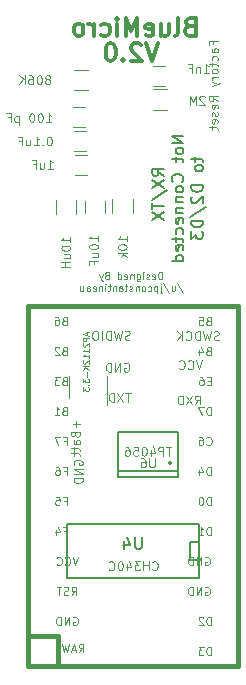
<source format=gbr>
G04 #@! TF.FileFunction,Legend,Bot*
%FSLAX46Y46*%
G04 Gerber Fmt 4.6, Leading zero omitted, Abs format (unit mm)*
G04 Created by KiCad (PCBNEW 4.0.7) date 06/14/18 18:00:22*
%MOMM*%
%LPD*%
G01*
G04 APERTURE LIST*
%ADD10C,0.100000*%
%ADD11C,0.150000*%
%ADD12C,0.300000*%
%ADD13C,0.381000*%
%ADD14C,0.120000*%
%ADD15C,0.110000*%
G04 APERTURE END LIST*
D10*
X111688571Y-120621429D02*
X111688571Y-120021429D01*
X111545714Y-120021429D01*
X111459999Y-120050000D01*
X111402857Y-120107143D01*
X111374285Y-120164286D01*
X111345714Y-120278571D01*
X111345714Y-120364286D01*
X111374285Y-120478571D01*
X111402857Y-120535714D01*
X111459999Y-120592857D01*
X111545714Y-120621429D01*
X111688571Y-120621429D01*
X110859999Y-120592857D02*
X110917142Y-120621429D01*
X111031428Y-120621429D01*
X111088571Y-120592857D01*
X111117142Y-120535714D01*
X111117142Y-120307143D01*
X111088571Y-120250000D01*
X111031428Y-120221429D01*
X110917142Y-120221429D01*
X110859999Y-120250000D01*
X110831428Y-120307143D01*
X110831428Y-120364286D01*
X111117142Y-120421429D01*
X110602856Y-120592857D02*
X110545713Y-120621429D01*
X110431428Y-120621429D01*
X110374285Y-120592857D01*
X110345713Y-120535714D01*
X110345713Y-120507143D01*
X110374285Y-120450000D01*
X110431428Y-120421429D01*
X110517142Y-120421429D01*
X110574285Y-120392857D01*
X110602856Y-120335714D01*
X110602856Y-120307143D01*
X110574285Y-120250000D01*
X110517142Y-120221429D01*
X110431428Y-120221429D01*
X110374285Y-120250000D01*
X110088571Y-120621429D02*
X110088571Y-120221429D01*
X110088571Y-120021429D02*
X110117142Y-120050000D01*
X110088571Y-120078571D01*
X110059999Y-120050000D01*
X110088571Y-120021429D01*
X110088571Y-120078571D01*
X109545714Y-120221429D02*
X109545714Y-120707143D01*
X109574285Y-120764286D01*
X109602857Y-120792857D01*
X109660000Y-120821429D01*
X109745714Y-120821429D01*
X109802857Y-120792857D01*
X109545714Y-120592857D02*
X109602857Y-120621429D01*
X109717143Y-120621429D01*
X109774285Y-120592857D01*
X109802857Y-120564286D01*
X109831428Y-120507143D01*
X109831428Y-120335714D01*
X109802857Y-120278571D01*
X109774285Y-120250000D01*
X109717143Y-120221429D01*
X109602857Y-120221429D01*
X109545714Y-120250000D01*
X109260000Y-120221429D02*
X109260000Y-120621429D01*
X109260000Y-120278571D02*
X109231428Y-120250000D01*
X109174286Y-120221429D01*
X109088571Y-120221429D01*
X109031428Y-120250000D01*
X109002857Y-120307143D01*
X109002857Y-120621429D01*
X108488571Y-120592857D02*
X108545714Y-120621429D01*
X108660000Y-120621429D01*
X108717143Y-120592857D01*
X108745714Y-120535714D01*
X108745714Y-120307143D01*
X108717143Y-120250000D01*
X108660000Y-120221429D01*
X108545714Y-120221429D01*
X108488571Y-120250000D01*
X108460000Y-120307143D01*
X108460000Y-120364286D01*
X108745714Y-120421429D01*
X107945714Y-120621429D02*
X107945714Y-120021429D01*
X107945714Y-120592857D02*
X108002857Y-120621429D01*
X108117143Y-120621429D01*
X108174285Y-120592857D01*
X108202857Y-120564286D01*
X108231428Y-120507143D01*
X108231428Y-120335714D01*
X108202857Y-120278571D01*
X108174285Y-120250000D01*
X108117143Y-120221429D01*
X108002857Y-120221429D01*
X107945714Y-120250000D01*
X107002857Y-120307143D02*
X106917143Y-120335714D01*
X106888571Y-120364286D01*
X106860000Y-120421429D01*
X106860000Y-120507143D01*
X106888571Y-120564286D01*
X106917143Y-120592857D01*
X106974285Y-120621429D01*
X107202857Y-120621429D01*
X107202857Y-120021429D01*
X107002857Y-120021429D01*
X106945714Y-120050000D01*
X106917143Y-120078571D01*
X106888571Y-120135714D01*
X106888571Y-120192857D01*
X106917143Y-120250000D01*
X106945714Y-120278571D01*
X107002857Y-120307143D01*
X107202857Y-120307143D01*
X106660000Y-120221429D02*
X106517143Y-120621429D01*
X106374285Y-120221429D02*
X106517143Y-120621429D01*
X106574285Y-120764286D01*
X106602857Y-120792857D01*
X106660000Y-120821429D01*
X112945712Y-120992857D02*
X113459998Y-121764286D01*
X112488570Y-121221429D02*
X112488570Y-121621429D01*
X112745713Y-121221429D02*
X112745713Y-121535714D01*
X112717141Y-121592857D01*
X112659999Y-121621429D01*
X112574284Y-121621429D01*
X112517141Y-121592857D01*
X112488570Y-121564286D01*
X111774284Y-120992857D02*
X112288570Y-121764286D01*
X111574285Y-121221429D02*
X111574285Y-121735714D01*
X111602856Y-121792857D01*
X111659999Y-121821429D01*
X111688571Y-121821429D01*
X111574285Y-121021429D02*
X111602856Y-121050000D01*
X111574285Y-121078571D01*
X111545713Y-121050000D01*
X111574285Y-121021429D01*
X111574285Y-121078571D01*
X111288571Y-121221429D02*
X111288571Y-121821429D01*
X111288571Y-121250000D02*
X111231428Y-121221429D01*
X111117142Y-121221429D01*
X111059999Y-121250000D01*
X111031428Y-121278571D01*
X111002857Y-121335714D01*
X111002857Y-121507143D01*
X111031428Y-121564286D01*
X111059999Y-121592857D01*
X111117142Y-121621429D01*
X111231428Y-121621429D01*
X111288571Y-121592857D01*
X110488571Y-121592857D02*
X110545714Y-121621429D01*
X110660000Y-121621429D01*
X110717142Y-121592857D01*
X110745714Y-121564286D01*
X110774285Y-121507143D01*
X110774285Y-121335714D01*
X110745714Y-121278571D01*
X110717142Y-121250000D01*
X110660000Y-121221429D01*
X110545714Y-121221429D01*
X110488571Y-121250000D01*
X110145714Y-121621429D02*
X110202856Y-121592857D01*
X110231428Y-121564286D01*
X110259999Y-121507143D01*
X110259999Y-121335714D01*
X110231428Y-121278571D01*
X110202856Y-121250000D01*
X110145714Y-121221429D01*
X110059999Y-121221429D01*
X110002856Y-121250000D01*
X109974285Y-121278571D01*
X109945714Y-121335714D01*
X109945714Y-121507143D01*
X109974285Y-121564286D01*
X110002856Y-121592857D01*
X110059999Y-121621429D01*
X110145714Y-121621429D01*
X109688571Y-121221429D02*
X109688571Y-121621429D01*
X109688571Y-121278571D02*
X109659999Y-121250000D01*
X109602857Y-121221429D01*
X109517142Y-121221429D01*
X109459999Y-121250000D01*
X109431428Y-121307143D01*
X109431428Y-121621429D01*
X109174285Y-121592857D02*
X109117142Y-121621429D01*
X109002857Y-121621429D01*
X108945714Y-121592857D01*
X108917142Y-121535714D01*
X108917142Y-121507143D01*
X108945714Y-121450000D01*
X109002857Y-121421429D01*
X109088571Y-121421429D01*
X109145714Y-121392857D01*
X109174285Y-121335714D01*
X109174285Y-121307143D01*
X109145714Y-121250000D01*
X109088571Y-121221429D01*
X109002857Y-121221429D01*
X108945714Y-121250000D01*
X108745714Y-121221429D02*
X108517143Y-121221429D01*
X108660000Y-121021429D02*
X108660000Y-121535714D01*
X108631428Y-121592857D01*
X108574286Y-121621429D01*
X108517143Y-121621429D01*
X108060000Y-121621429D02*
X108060000Y-121307143D01*
X108088571Y-121250000D01*
X108145714Y-121221429D01*
X108260000Y-121221429D01*
X108317143Y-121250000D01*
X108060000Y-121592857D02*
X108117143Y-121621429D01*
X108260000Y-121621429D01*
X108317143Y-121592857D01*
X108345714Y-121535714D01*
X108345714Y-121478571D01*
X108317143Y-121421429D01*
X108260000Y-121392857D01*
X108117143Y-121392857D01*
X108060000Y-121364286D01*
X107774286Y-121221429D02*
X107774286Y-121621429D01*
X107774286Y-121278571D02*
X107745714Y-121250000D01*
X107688572Y-121221429D01*
X107602857Y-121221429D01*
X107545714Y-121250000D01*
X107517143Y-121307143D01*
X107517143Y-121621429D01*
X107317143Y-121221429D02*
X107088572Y-121221429D01*
X107231429Y-121021429D02*
X107231429Y-121535714D01*
X107202857Y-121592857D01*
X107145715Y-121621429D01*
X107088572Y-121621429D01*
X106888572Y-121621429D02*
X106888572Y-121221429D01*
X106888572Y-121021429D02*
X106917143Y-121050000D01*
X106888572Y-121078571D01*
X106860000Y-121050000D01*
X106888572Y-121021429D01*
X106888572Y-121078571D01*
X106602858Y-121221429D02*
X106602858Y-121621429D01*
X106602858Y-121278571D02*
X106574286Y-121250000D01*
X106517144Y-121221429D01*
X106431429Y-121221429D01*
X106374286Y-121250000D01*
X106345715Y-121307143D01*
X106345715Y-121621429D01*
X105831429Y-121592857D02*
X105888572Y-121621429D01*
X106002858Y-121621429D01*
X106060001Y-121592857D01*
X106088572Y-121535714D01*
X106088572Y-121307143D01*
X106060001Y-121250000D01*
X106002858Y-121221429D01*
X105888572Y-121221429D01*
X105831429Y-121250000D01*
X105802858Y-121307143D01*
X105802858Y-121364286D01*
X106088572Y-121421429D01*
X105288572Y-121621429D02*
X105288572Y-121307143D01*
X105317143Y-121250000D01*
X105374286Y-121221429D01*
X105488572Y-121221429D01*
X105545715Y-121250000D01*
X105288572Y-121592857D02*
X105345715Y-121621429D01*
X105488572Y-121621429D01*
X105545715Y-121592857D01*
X105574286Y-121535714D01*
X105574286Y-121478571D01*
X105545715Y-121421429D01*
X105488572Y-121392857D01*
X105345715Y-121392857D01*
X105288572Y-121364286D01*
X104745715Y-121221429D02*
X104745715Y-121621429D01*
X105002858Y-121221429D02*
X105002858Y-121535714D01*
X104974286Y-121592857D01*
X104917144Y-121621429D01*
X104831429Y-121621429D01*
X104774286Y-121592857D01*
X104745715Y-121564286D01*
X108949286Y-125723571D02*
X108842143Y-125759286D01*
X108663572Y-125759286D01*
X108592143Y-125723571D01*
X108556429Y-125687857D01*
X108520714Y-125616429D01*
X108520714Y-125545000D01*
X108556429Y-125473571D01*
X108592143Y-125437857D01*
X108663572Y-125402143D01*
X108806429Y-125366429D01*
X108877857Y-125330714D01*
X108913572Y-125295000D01*
X108949286Y-125223571D01*
X108949286Y-125152143D01*
X108913572Y-125080714D01*
X108877857Y-125045000D01*
X108806429Y-125009286D01*
X108627857Y-125009286D01*
X108520714Y-125045000D01*
X108270714Y-125009286D02*
X108092143Y-125759286D01*
X107949286Y-125223571D01*
X107806428Y-125759286D01*
X107627857Y-125009286D01*
X107342143Y-125759286D02*
X107342143Y-125009286D01*
X107163571Y-125009286D01*
X107056428Y-125045000D01*
X106985000Y-125116429D01*
X106949285Y-125187857D01*
X106913571Y-125330714D01*
X106913571Y-125437857D01*
X106949285Y-125580714D01*
X106985000Y-125652143D01*
X107056428Y-125723571D01*
X107163571Y-125759286D01*
X107342143Y-125759286D01*
X106592143Y-125759286D02*
X106592143Y-125009286D01*
X106092142Y-125009286D02*
X105949285Y-125009286D01*
X105877857Y-125045000D01*
X105806428Y-125116429D01*
X105770714Y-125259286D01*
X105770714Y-125509286D01*
X105806428Y-125652143D01*
X105877857Y-125723571D01*
X105949285Y-125759286D01*
X106092142Y-125759286D01*
X106163571Y-125723571D01*
X106235000Y-125652143D01*
X106270714Y-125509286D01*
X106270714Y-125259286D01*
X106235000Y-125116429D01*
X106163571Y-125045000D01*
X106092142Y-125009286D01*
X108491428Y-127745000D02*
X108562857Y-127709286D01*
X108670000Y-127709286D01*
X108777143Y-127745000D01*
X108848571Y-127816429D01*
X108884286Y-127887857D01*
X108920000Y-128030714D01*
X108920000Y-128137857D01*
X108884286Y-128280714D01*
X108848571Y-128352143D01*
X108777143Y-128423571D01*
X108670000Y-128459286D01*
X108598571Y-128459286D01*
X108491428Y-128423571D01*
X108455714Y-128387857D01*
X108455714Y-128137857D01*
X108598571Y-128137857D01*
X108134286Y-128459286D02*
X108134286Y-127709286D01*
X107705714Y-128459286D01*
X107705714Y-127709286D01*
X107348572Y-128459286D02*
X107348572Y-127709286D01*
X107170000Y-127709286D01*
X107062857Y-127745000D01*
X106991429Y-127816429D01*
X106955714Y-127887857D01*
X106920000Y-128030714D01*
X106920000Y-128137857D01*
X106955714Y-128280714D01*
X106991429Y-128352143D01*
X107062857Y-128423571D01*
X107170000Y-128459286D01*
X107348572Y-128459286D01*
X109006428Y-130249286D02*
X108577857Y-130249286D01*
X108792143Y-130999286D02*
X108792143Y-130249286D01*
X108399285Y-130249286D02*
X107899285Y-130999286D01*
X107899285Y-130249286D02*
X108399285Y-130999286D01*
X107613571Y-130999286D02*
X107613571Y-130249286D01*
X107434999Y-130249286D01*
X107327856Y-130285000D01*
X107256428Y-130356429D01*
X107220713Y-130427857D01*
X107184999Y-130570714D01*
X107184999Y-130677857D01*
X107220713Y-130820714D01*
X107256428Y-130892143D01*
X107327856Y-130963571D01*
X107434999Y-130999286D01*
X107613571Y-130999286D01*
X114460000Y-131229286D02*
X114710000Y-130872143D01*
X114888572Y-131229286D02*
X114888572Y-130479286D01*
X114602857Y-130479286D01*
X114531429Y-130515000D01*
X114495714Y-130550714D01*
X114460000Y-130622143D01*
X114460000Y-130729286D01*
X114495714Y-130800714D01*
X114531429Y-130836429D01*
X114602857Y-130872143D01*
X114888572Y-130872143D01*
X114210000Y-130479286D02*
X113710000Y-131229286D01*
X113710000Y-130479286D02*
X114210000Y-131229286D01*
X113424286Y-131229286D02*
X113424286Y-130479286D01*
X113245714Y-130479286D01*
X113138571Y-130515000D01*
X113067143Y-130586429D01*
X113031428Y-130657857D01*
X112995714Y-130800714D01*
X112995714Y-130907857D01*
X113031428Y-131050714D01*
X113067143Y-131122143D01*
X113138571Y-131193571D01*
X113245714Y-131229286D01*
X113424286Y-131229286D01*
X115049999Y-127479286D02*
X114799999Y-128229286D01*
X114549999Y-127479286D01*
X113871428Y-128157857D02*
X113907142Y-128193571D01*
X114014285Y-128229286D01*
X114085714Y-128229286D01*
X114192857Y-128193571D01*
X114264285Y-128122143D01*
X114300000Y-128050714D01*
X114335714Y-127907857D01*
X114335714Y-127800714D01*
X114300000Y-127657857D01*
X114264285Y-127586429D01*
X114192857Y-127515000D01*
X114085714Y-127479286D01*
X114014285Y-127479286D01*
X113907142Y-127515000D01*
X113871428Y-127550714D01*
X113121428Y-128157857D02*
X113157142Y-128193571D01*
X113264285Y-128229286D01*
X113335714Y-128229286D01*
X113442857Y-128193571D01*
X113514285Y-128122143D01*
X113550000Y-128050714D01*
X113585714Y-127907857D01*
X113585714Y-127800714D01*
X113550000Y-127657857D01*
X113514285Y-127586429D01*
X113442857Y-127515000D01*
X113335714Y-127479286D01*
X113264285Y-127479286D01*
X113157142Y-127515000D01*
X113121428Y-127550714D01*
X116487857Y-125743571D02*
X116380714Y-125779286D01*
X116202143Y-125779286D01*
X116130714Y-125743571D01*
X116095000Y-125707857D01*
X116059285Y-125636429D01*
X116059285Y-125565000D01*
X116095000Y-125493571D01*
X116130714Y-125457857D01*
X116202143Y-125422143D01*
X116345000Y-125386429D01*
X116416428Y-125350714D01*
X116452143Y-125315000D01*
X116487857Y-125243571D01*
X116487857Y-125172143D01*
X116452143Y-125100714D01*
X116416428Y-125065000D01*
X116345000Y-125029286D01*
X116166428Y-125029286D01*
X116059285Y-125065000D01*
X115809285Y-125029286D02*
X115630714Y-125779286D01*
X115487857Y-125243571D01*
X115344999Y-125779286D01*
X115166428Y-125029286D01*
X114880714Y-125779286D02*
X114880714Y-125029286D01*
X114702142Y-125029286D01*
X114594999Y-125065000D01*
X114523571Y-125136429D01*
X114487856Y-125207857D01*
X114452142Y-125350714D01*
X114452142Y-125457857D01*
X114487856Y-125600714D01*
X114523571Y-125672143D01*
X114594999Y-125743571D01*
X114702142Y-125779286D01*
X114880714Y-125779286D01*
X113702142Y-125707857D02*
X113737856Y-125743571D01*
X113844999Y-125779286D01*
X113916428Y-125779286D01*
X114023571Y-125743571D01*
X114094999Y-125672143D01*
X114130714Y-125600714D01*
X114166428Y-125457857D01*
X114166428Y-125350714D01*
X114130714Y-125207857D01*
X114094999Y-125136429D01*
X114023571Y-125065000D01*
X113916428Y-125029286D01*
X113844999Y-125029286D01*
X113737856Y-125065000D01*
X113702142Y-125100714D01*
X113380714Y-125779286D02*
X113380714Y-125029286D01*
X112952142Y-125779286D02*
X113273571Y-125350714D01*
X112952142Y-125029286D02*
X113380714Y-125457857D01*
X104423571Y-132601429D02*
X104423571Y-133172858D01*
X104709286Y-132887144D02*
X104137857Y-132887144D01*
X104316429Y-133780000D02*
X104352143Y-133887143D01*
X104387857Y-133922858D01*
X104459286Y-133958572D01*
X104566429Y-133958572D01*
X104637857Y-133922858D01*
X104673571Y-133887143D01*
X104709286Y-133815715D01*
X104709286Y-133530000D01*
X103959286Y-133530000D01*
X103959286Y-133780000D01*
X103995000Y-133851429D01*
X104030714Y-133887143D01*
X104102143Y-133922858D01*
X104173571Y-133922858D01*
X104245000Y-133887143D01*
X104280714Y-133851429D01*
X104316429Y-133780000D01*
X104316429Y-133530000D01*
X104709286Y-134601429D02*
X104316429Y-134601429D01*
X104245000Y-134565715D01*
X104209286Y-134494286D01*
X104209286Y-134351429D01*
X104245000Y-134280000D01*
X104673571Y-134601429D02*
X104709286Y-134530000D01*
X104709286Y-134351429D01*
X104673571Y-134280000D01*
X104602143Y-134244286D01*
X104530714Y-134244286D01*
X104459286Y-134280000D01*
X104423571Y-134351429D01*
X104423571Y-134530000D01*
X104387857Y-134601429D01*
X104209286Y-134851429D02*
X104209286Y-135137143D01*
X103959286Y-134958571D02*
X104602143Y-134958571D01*
X104673571Y-134994286D01*
X104709286Y-135065714D01*
X104709286Y-135137143D01*
X104209286Y-135280000D02*
X104209286Y-135565714D01*
X103959286Y-135387142D02*
X104602143Y-135387142D01*
X104673571Y-135422857D01*
X104709286Y-135494285D01*
X104709286Y-135565714D01*
X104235000Y-136338572D02*
X104199286Y-136267143D01*
X104199286Y-136160000D01*
X104235000Y-136052857D01*
X104306429Y-135981429D01*
X104377857Y-135945714D01*
X104520714Y-135910000D01*
X104627857Y-135910000D01*
X104770714Y-135945714D01*
X104842143Y-135981429D01*
X104913571Y-136052857D01*
X104949286Y-136160000D01*
X104949286Y-136231429D01*
X104913571Y-136338572D01*
X104877857Y-136374286D01*
X104627857Y-136374286D01*
X104627857Y-136231429D01*
X104949286Y-136695714D02*
X104199286Y-136695714D01*
X104949286Y-137124286D01*
X104199286Y-137124286D01*
X104949286Y-137481428D02*
X104199286Y-137481428D01*
X104199286Y-137660000D01*
X104235000Y-137767143D01*
X104306429Y-137838571D01*
X104377857Y-137874286D01*
X104520714Y-137910000D01*
X104627857Y-137910000D01*
X104770714Y-137874286D01*
X104842143Y-137838571D01*
X104913571Y-137767143D01*
X104949286Y-137660000D01*
X104949286Y-137481428D01*
D11*
X111832381Y-111868509D02*
X111356190Y-111535175D01*
X111832381Y-111297080D02*
X110832381Y-111297080D01*
X110832381Y-111678033D01*
X110880000Y-111773271D01*
X110927619Y-111820890D01*
X111022857Y-111868509D01*
X111165714Y-111868509D01*
X111260952Y-111820890D01*
X111308571Y-111773271D01*
X111356190Y-111678033D01*
X111356190Y-111297080D01*
X110832381Y-112201842D02*
X111832381Y-112868509D01*
X110832381Y-112868509D02*
X111832381Y-112201842D01*
X110784762Y-113963747D02*
X112070476Y-113106604D01*
X110832381Y-114154223D02*
X110832381Y-114725652D01*
X111832381Y-114439937D02*
X110832381Y-114439937D01*
X110832381Y-114963747D02*
X111832381Y-115630414D01*
X110832381Y-115630414D02*
X111832381Y-114963747D01*
X113482381Y-108511365D02*
X112482381Y-108511365D01*
X113482381Y-109082794D01*
X112482381Y-109082794D01*
X113482381Y-109701841D02*
X113434762Y-109606603D01*
X113387143Y-109558984D01*
X113291905Y-109511365D01*
X113006190Y-109511365D01*
X112910952Y-109558984D01*
X112863333Y-109606603D01*
X112815714Y-109701841D01*
X112815714Y-109844699D01*
X112863333Y-109939937D01*
X112910952Y-109987556D01*
X113006190Y-110035175D01*
X113291905Y-110035175D01*
X113387143Y-109987556D01*
X113434762Y-109939937D01*
X113482381Y-109844699D01*
X113482381Y-109701841D01*
X112815714Y-110320889D02*
X112815714Y-110701841D01*
X112482381Y-110463746D02*
X113339524Y-110463746D01*
X113434762Y-110511365D01*
X113482381Y-110606603D01*
X113482381Y-110701841D01*
X113387143Y-112368509D02*
X113434762Y-112320890D01*
X113482381Y-112178033D01*
X113482381Y-112082795D01*
X113434762Y-111939937D01*
X113339524Y-111844699D01*
X113244286Y-111797080D01*
X113053810Y-111749461D01*
X112910952Y-111749461D01*
X112720476Y-111797080D01*
X112625238Y-111844699D01*
X112530000Y-111939937D01*
X112482381Y-112082795D01*
X112482381Y-112178033D01*
X112530000Y-112320890D01*
X112577619Y-112368509D01*
X113482381Y-112939937D02*
X113434762Y-112844699D01*
X113387143Y-112797080D01*
X113291905Y-112749461D01*
X113006190Y-112749461D01*
X112910952Y-112797080D01*
X112863333Y-112844699D01*
X112815714Y-112939937D01*
X112815714Y-113082795D01*
X112863333Y-113178033D01*
X112910952Y-113225652D01*
X113006190Y-113273271D01*
X113291905Y-113273271D01*
X113387143Y-113225652D01*
X113434762Y-113178033D01*
X113482381Y-113082795D01*
X113482381Y-112939937D01*
X112815714Y-113701842D02*
X113482381Y-113701842D01*
X112910952Y-113701842D02*
X112863333Y-113749461D01*
X112815714Y-113844699D01*
X112815714Y-113987557D01*
X112863333Y-114082795D01*
X112958571Y-114130414D01*
X113482381Y-114130414D01*
X112815714Y-114606604D02*
X113482381Y-114606604D01*
X112910952Y-114606604D02*
X112863333Y-114654223D01*
X112815714Y-114749461D01*
X112815714Y-114892319D01*
X112863333Y-114987557D01*
X112958571Y-115035176D01*
X113482381Y-115035176D01*
X113434762Y-115892319D02*
X113482381Y-115797081D01*
X113482381Y-115606604D01*
X113434762Y-115511366D01*
X113339524Y-115463747D01*
X112958571Y-115463747D01*
X112863333Y-115511366D01*
X112815714Y-115606604D01*
X112815714Y-115797081D01*
X112863333Y-115892319D01*
X112958571Y-115939938D01*
X113053810Y-115939938D01*
X113149048Y-115463747D01*
X113434762Y-116797081D02*
X113482381Y-116701843D01*
X113482381Y-116511366D01*
X113434762Y-116416128D01*
X113387143Y-116368509D01*
X113291905Y-116320890D01*
X113006190Y-116320890D01*
X112910952Y-116368509D01*
X112863333Y-116416128D01*
X112815714Y-116511366D01*
X112815714Y-116701843D01*
X112863333Y-116797081D01*
X112815714Y-117082795D02*
X112815714Y-117463747D01*
X112482381Y-117225652D02*
X113339524Y-117225652D01*
X113434762Y-117273271D01*
X113482381Y-117368509D01*
X113482381Y-117463747D01*
X113434762Y-118178034D02*
X113482381Y-118082796D01*
X113482381Y-117892319D01*
X113434762Y-117797081D01*
X113339524Y-117749462D01*
X112958571Y-117749462D01*
X112863333Y-117797081D01*
X112815714Y-117892319D01*
X112815714Y-118082796D01*
X112863333Y-118178034D01*
X112958571Y-118225653D01*
X113053810Y-118225653D01*
X113149048Y-117749462D01*
X113482381Y-119082796D02*
X112482381Y-119082796D01*
X113434762Y-119082796D02*
X113482381Y-118987558D01*
X113482381Y-118797081D01*
X113434762Y-118701843D01*
X113387143Y-118654224D01*
X113291905Y-118606605D01*
X113006190Y-118606605D01*
X112910952Y-118654224D01*
X112863333Y-118701843D01*
X112815714Y-118797081D01*
X112815714Y-118987558D01*
X112863333Y-119082796D01*
X114465714Y-110297080D02*
X114465714Y-110678032D01*
X114132381Y-110439937D02*
X114989524Y-110439937D01*
X115084762Y-110487556D01*
X115132381Y-110582794D01*
X115132381Y-110678032D01*
X115132381Y-111154223D02*
X115084762Y-111058985D01*
X115037143Y-111011366D01*
X114941905Y-110963747D01*
X114656190Y-110963747D01*
X114560952Y-111011366D01*
X114513333Y-111058985D01*
X114465714Y-111154223D01*
X114465714Y-111297081D01*
X114513333Y-111392319D01*
X114560952Y-111439938D01*
X114656190Y-111487557D01*
X114941905Y-111487557D01*
X115037143Y-111439938D01*
X115084762Y-111392319D01*
X115132381Y-111297081D01*
X115132381Y-111154223D01*
X115132381Y-112678033D02*
X114132381Y-112678033D01*
X114132381Y-112916128D01*
X114180000Y-113058986D01*
X114275238Y-113154224D01*
X114370476Y-113201843D01*
X114560952Y-113249462D01*
X114703810Y-113249462D01*
X114894286Y-113201843D01*
X114989524Y-113154224D01*
X115084762Y-113058986D01*
X115132381Y-112916128D01*
X115132381Y-112678033D01*
X114227619Y-113630414D02*
X114180000Y-113678033D01*
X114132381Y-113773271D01*
X114132381Y-114011367D01*
X114180000Y-114106605D01*
X114227619Y-114154224D01*
X114322857Y-114201843D01*
X114418095Y-114201843D01*
X114560952Y-114154224D01*
X115132381Y-113582795D01*
X115132381Y-114201843D01*
X114084762Y-115344700D02*
X115370476Y-114487557D01*
X115132381Y-115678033D02*
X114132381Y-115678033D01*
X114132381Y-115916128D01*
X114180000Y-116058986D01*
X114275238Y-116154224D01*
X114370476Y-116201843D01*
X114560952Y-116249462D01*
X114703810Y-116249462D01*
X114894286Y-116201843D01*
X114989524Y-116154224D01*
X115084762Y-116058986D01*
X115132381Y-115916128D01*
X115132381Y-115678033D01*
X114132381Y-116582795D02*
X114132381Y-117201843D01*
X114513333Y-116868509D01*
X114513333Y-117011367D01*
X114560952Y-117106605D01*
X114608571Y-117154224D01*
X114703810Y-117201843D01*
X114941905Y-117201843D01*
X115037143Y-117154224D01*
X115084762Y-117106605D01*
X115132381Y-117011367D01*
X115132381Y-116725652D01*
X115084762Y-116630414D01*
X115037143Y-116582795D01*
D12*
X111317754Y-100664271D02*
X110817754Y-102164271D01*
X110317754Y-100664271D01*
X109889183Y-100807129D02*
X109817754Y-100735700D01*
X109674897Y-100664271D01*
X109317754Y-100664271D01*
X109174897Y-100735700D01*
X109103468Y-100807129D01*
X109032040Y-100949986D01*
X109032040Y-101092843D01*
X109103468Y-101307129D01*
X109960611Y-102164271D01*
X109032040Y-102164271D01*
X108389183Y-102021414D02*
X108317755Y-102092843D01*
X108389183Y-102164271D01*
X108460612Y-102092843D01*
X108389183Y-102021414D01*
X108389183Y-102164271D01*
X107389183Y-100664271D02*
X107246326Y-100664271D01*
X107103469Y-100735700D01*
X107032040Y-100807129D01*
X106960611Y-100949986D01*
X106889183Y-101235700D01*
X106889183Y-101592843D01*
X106960611Y-101878557D01*
X107032040Y-102021414D01*
X107103469Y-102092843D01*
X107246326Y-102164271D01*
X107389183Y-102164271D01*
X107532040Y-102092843D01*
X107603469Y-102021414D01*
X107674897Y-101878557D01*
X107746326Y-101592843D01*
X107746326Y-101235700D01*
X107674897Y-100949986D01*
X107603469Y-100807129D01*
X107532040Y-100735700D01*
X107389183Y-100664271D01*
X114017642Y-99217017D02*
X113803356Y-99288446D01*
X113731928Y-99359874D01*
X113660499Y-99502731D01*
X113660499Y-99717017D01*
X113731928Y-99859874D01*
X113803356Y-99931303D01*
X113946214Y-100002731D01*
X114517642Y-100002731D01*
X114517642Y-98502731D01*
X114017642Y-98502731D01*
X113874785Y-98574160D01*
X113803356Y-98645589D01*
X113731928Y-98788446D01*
X113731928Y-98931303D01*
X113803356Y-99074160D01*
X113874785Y-99145589D01*
X114017642Y-99217017D01*
X114517642Y-99217017D01*
X112803356Y-100002731D02*
X112946214Y-99931303D01*
X113017642Y-99788446D01*
X113017642Y-98502731D01*
X111589071Y-99002731D02*
X111589071Y-100002731D01*
X112231928Y-99002731D02*
X112231928Y-99788446D01*
X112160500Y-99931303D01*
X112017642Y-100002731D01*
X111803357Y-100002731D01*
X111660500Y-99931303D01*
X111589071Y-99859874D01*
X110303357Y-99931303D02*
X110446214Y-100002731D01*
X110731928Y-100002731D01*
X110874785Y-99931303D01*
X110946214Y-99788446D01*
X110946214Y-99217017D01*
X110874785Y-99074160D01*
X110731928Y-99002731D01*
X110446214Y-99002731D01*
X110303357Y-99074160D01*
X110231928Y-99217017D01*
X110231928Y-99359874D01*
X110946214Y-99502731D01*
X109589071Y-100002731D02*
X109589071Y-98502731D01*
X109089071Y-99574160D01*
X108589071Y-98502731D01*
X108589071Y-100002731D01*
X107874785Y-100002731D02*
X107874785Y-99002731D01*
X107874785Y-98502731D02*
X107946214Y-98574160D01*
X107874785Y-98645589D01*
X107803357Y-98574160D01*
X107874785Y-98502731D01*
X107874785Y-98645589D01*
X106517642Y-99931303D02*
X106660499Y-100002731D01*
X106946213Y-100002731D01*
X107089071Y-99931303D01*
X107160499Y-99859874D01*
X107231928Y-99717017D01*
X107231928Y-99288446D01*
X107160499Y-99145589D01*
X107089071Y-99074160D01*
X106946213Y-99002731D01*
X106660499Y-99002731D01*
X106517642Y-99074160D01*
X105874785Y-100002731D02*
X105874785Y-99002731D01*
X105874785Y-99288446D02*
X105803357Y-99145589D01*
X105731928Y-99074160D01*
X105589071Y-99002731D01*
X105446214Y-99002731D01*
X104731928Y-100002731D02*
X104874786Y-99931303D01*
X104946214Y-99859874D01*
X105017643Y-99717017D01*
X105017643Y-99288446D01*
X104946214Y-99145589D01*
X104874786Y-99074160D01*
X104731928Y-99002731D01*
X104517643Y-99002731D01*
X104374786Y-99074160D01*
X104303357Y-99145589D01*
X104231928Y-99288446D01*
X104231928Y-99717017D01*
X104303357Y-99859874D01*
X104374786Y-99931303D01*
X104517643Y-100002731D01*
X104731928Y-100002731D01*
D13*
X118110000Y-153416000D02*
X100330000Y-153416000D01*
X100330000Y-153416000D02*
X100330000Y-122936000D01*
X100330000Y-122936000D02*
X118110000Y-122936000D01*
X118110000Y-122936000D02*
X118110000Y-153416000D01*
X102870000Y-153416000D02*
X102870000Y-150876000D01*
X102870000Y-150876000D02*
X100330000Y-150876000D01*
D14*
X105244200Y-109780440D02*
X104244200Y-109780440D01*
X104244200Y-108080440D02*
X105244200Y-108080440D01*
X105297540Y-111814980D02*
X104297540Y-111814980D01*
X104297540Y-110114980D02*
X105297540Y-110114980D01*
X106826420Y-113990180D02*
X106826420Y-114990180D01*
X105126420Y-114990180D02*
X105126420Y-113990180D01*
X104418020Y-115090500D02*
X104418020Y-113890500D01*
X102658020Y-113890500D02*
X102658020Y-115090500D01*
X109205921Y-115030821D02*
X109205921Y-113830821D01*
X107445921Y-113830821D02*
X107445921Y-115030821D01*
X105178160Y-107720500D02*
X104178160Y-107720500D01*
X104178160Y-106020500D02*
X105178160Y-106020500D01*
X103774640Y-130657180D02*
X103774640Y-128857180D01*
X106994640Y-128857180D02*
X106994640Y-131307180D01*
D11*
X114833400Y-142890240D02*
X114071400Y-142890240D01*
X114071400Y-142890240D02*
X114071400Y-144414240D01*
X114071400Y-144414240D02*
X114833400Y-144414240D01*
X103657400Y-141366240D02*
X103657400Y-145938240D01*
X103657400Y-145938240D02*
X114833400Y-145938240D01*
X114833400Y-145938240D02*
X114833400Y-141366240D01*
X114833400Y-141366240D02*
X103657400Y-141366240D01*
X112486440Y-136204960D02*
G75*
G03X112486440Y-136204960I-127000J0D01*
G01*
X112994440Y-136839960D02*
X107914440Y-136839960D01*
X112994440Y-133537960D02*
X107914440Y-133537960D01*
X112994440Y-137347960D02*
X107914440Y-137347960D01*
X112994440Y-137347960D02*
X112994440Y-133537960D01*
X107914440Y-137347960D02*
X107914440Y-133537960D01*
D14*
X111949800Y-104238160D02*
X110949800Y-104238160D01*
X110949800Y-102538160D02*
X111949800Y-102538160D01*
X105380080Y-102876460D02*
X104180080Y-102876460D01*
X104180080Y-104636460D02*
X105380080Y-104636460D01*
X112094580Y-104537620D02*
X110894580Y-104537620D01*
X110894580Y-106297620D02*
X112094580Y-106297620D01*
D10*
X115599333Y-124156000D02*
X115499333Y-124189333D01*
X115466000Y-124222667D01*
X115432666Y-124289333D01*
X115432666Y-124389333D01*
X115466000Y-124456000D01*
X115499333Y-124489333D01*
X115566000Y-124522667D01*
X115832666Y-124522667D01*
X115832666Y-123822667D01*
X115599333Y-123822667D01*
X115532666Y-123856000D01*
X115499333Y-123889333D01*
X115466000Y-123956000D01*
X115466000Y-124022667D01*
X115499333Y-124089333D01*
X115532666Y-124122667D01*
X115599333Y-124156000D01*
X115832666Y-124156000D01*
X114799333Y-123822667D02*
X115132666Y-123822667D01*
X115166000Y-124156000D01*
X115132666Y-124122667D01*
X115066000Y-124089333D01*
X114899333Y-124089333D01*
X114832666Y-124122667D01*
X114799333Y-124156000D01*
X114766000Y-124222667D01*
X114766000Y-124389333D01*
X114799333Y-124456000D01*
X114832666Y-124489333D01*
X114899333Y-124522667D01*
X115066000Y-124522667D01*
X115132666Y-124489333D01*
X115166000Y-124456000D01*
X115599333Y-126696000D02*
X115499333Y-126729333D01*
X115466000Y-126762667D01*
X115432666Y-126829333D01*
X115432666Y-126929333D01*
X115466000Y-126996000D01*
X115499333Y-127029333D01*
X115566000Y-127062667D01*
X115832666Y-127062667D01*
X115832666Y-126362667D01*
X115599333Y-126362667D01*
X115532666Y-126396000D01*
X115499333Y-126429333D01*
X115466000Y-126496000D01*
X115466000Y-126562667D01*
X115499333Y-126629333D01*
X115532666Y-126662667D01*
X115599333Y-126696000D01*
X115832666Y-126696000D01*
X114832666Y-126596000D02*
X114832666Y-127062667D01*
X114999333Y-126329333D02*
X115166000Y-126829333D01*
X114732666Y-126829333D01*
X115799333Y-129236000D02*
X115566000Y-129236000D01*
X115466000Y-129602667D02*
X115799333Y-129602667D01*
X115799333Y-128902667D01*
X115466000Y-128902667D01*
X114866000Y-128902667D02*
X114999334Y-128902667D01*
X115066000Y-128936000D01*
X115099334Y-128969333D01*
X115166000Y-129069333D01*
X115199334Y-129202667D01*
X115199334Y-129469333D01*
X115166000Y-129536000D01*
X115132667Y-129569333D01*
X115066000Y-129602667D01*
X114932667Y-129602667D01*
X114866000Y-129569333D01*
X114832667Y-129536000D01*
X114799334Y-129469333D01*
X114799334Y-129302667D01*
X114832667Y-129236000D01*
X114866000Y-129202667D01*
X114932667Y-129169333D01*
X115066000Y-129169333D01*
X115132667Y-129202667D01*
X115166000Y-129236000D01*
X115199334Y-129302667D01*
X115832666Y-132142667D02*
X115832666Y-131442667D01*
X115666000Y-131442667D01*
X115566000Y-131476000D01*
X115499333Y-131542667D01*
X115466000Y-131609333D01*
X115432666Y-131742667D01*
X115432666Y-131842667D01*
X115466000Y-131976000D01*
X115499333Y-132042667D01*
X115566000Y-132109333D01*
X115666000Y-132142667D01*
X115832666Y-132142667D01*
X115199333Y-131442667D02*
X114732666Y-131442667D01*
X115032666Y-132142667D01*
X115432666Y-134616000D02*
X115466000Y-134649333D01*
X115566000Y-134682667D01*
X115632666Y-134682667D01*
X115732666Y-134649333D01*
X115799333Y-134582667D01*
X115832666Y-134516000D01*
X115866000Y-134382667D01*
X115866000Y-134282667D01*
X115832666Y-134149333D01*
X115799333Y-134082667D01*
X115732666Y-134016000D01*
X115632666Y-133982667D01*
X115566000Y-133982667D01*
X115466000Y-134016000D01*
X115432666Y-134049333D01*
X114832666Y-133982667D02*
X114966000Y-133982667D01*
X115032666Y-134016000D01*
X115066000Y-134049333D01*
X115132666Y-134149333D01*
X115166000Y-134282667D01*
X115166000Y-134549333D01*
X115132666Y-134616000D01*
X115099333Y-134649333D01*
X115032666Y-134682667D01*
X114899333Y-134682667D01*
X114832666Y-134649333D01*
X114799333Y-134616000D01*
X114766000Y-134549333D01*
X114766000Y-134382667D01*
X114799333Y-134316000D01*
X114832666Y-134282667D01*
X114899333Y-134249333D01*
X115032666Y-134249333D01*
X115099333Y-134282667D01*
X115132666Y-134316000D01*
X115166000Y-134382667D01*
X115832666Y-137222667D02*
X115832666Y-136522667D01*
X115666000Y-136522667D01*
X115566000Y-136556000D01*
X115499333Y-136622667D01*
X115466000Y-136689333D01*
X115432666Y-136822667D01*
X115432666Y-136922667D01*
X115466000Y-137056000D01*
X115499333Y-137122667D01*
X115566000Y-137189333D01*
X115666000Y-137222667D01*
X115832666Y-137222667D01*
X114832666Y-136756000D02*
X114832666Y-137222667D01*
X114999333Y-136489333D02*
X115166000Y-136989333D01*
X114732666Y-136989333D01*
X115832666Y-139762667D02*
X115832666Y-139062667D01*
X115666000Y-139062667D01*
X115566000Y-139096000D01*
X115499333Y-139162667D01*
X115466000Y-139229333D01*
X115432666Y-139362667D01*
X115432666Y-139462667D01*
X115466000Y-139596000D01*
X115499333Y-139662667D01*
X115566000Y-139729333D01*
X115666000Y-139762667D01*
X115832666Y-139762667D01*
X114999333Y-139062667D02*
X114932666Y-139062667D01*
X114866000Y-139096000D01*
X114832666Y-139129333D01*
X114799333Y-139196000D01*
X114766000Y-139329333D01*
X114766000Y-139496000D01*
X114799333Y-139629333D01*
X114832666Y-139696000D01*
X114866000Y-139729333D01*
X114932666Y-139762667D01*
X114999333Y-139762667D01*
X115066000Y-139729333D01*
X115099333Y-139696000D01*
X115132666Y-139629333D01*
X115166000Y-139496000D01*
X115166000Y-139329333D01*
X115132666Y-139196000D01*
X115099333Y-139129333D01*
X115066000Y-139096000D01*
X114999333Y-139062667D01*
X115832666Y-142302667D02*
X115832666Y-141602667D01*
X115666000Y-141602667D01*
X115566000Y-141636000D01*
X115499333Y-141702667D01*
X115466000Y-141769333D01*
X115432666Y-141902667D01*
X115432666Y-142002667D01*
X115466000Y-142136000D01*
X115499333Y-142202667D01*
X115566000Y-142269333D01*
X115666000Y-142302667D01*
X115832666Y-142302667D01*
X114766000Y-142302667D02*
X115166000Y-142302667D01*
X114966000Y-142302667D02*
X114966000Y-141602667D01*
X115032666Y-141702667D01*
X115099333Y-141769333D01*
X115166000Y-141802667D01*
X115341333Y-144176000D02*
X115407999Y-144142667D01*
X115507999Y-144142667D01*
X115607999Y-144176000D01*
X115674666Y-144242667D01*
X115707999Y-144309333D01*
X115741333Y-144442667D01*
X115741333Y-144542667D01*
X115707999Y-144676000D01*
X115674666Y-144742667D01*
X115607999Y-144809333D01*
X115507999Y-144842667D01*
X115441333Y-144842667D01*
X115341333Y-144809333D01*
X115307999Y-144776000D01*
X115307999Y-144542667D01*
X115441333Y-144542667D01*
X115007999Y-144842667D02*
X115007999Y-144142667D01*
X114607999Y-144842667D01*
X114607999Y-144142667D01*
X114274666Y-144842667D02*
X114274666Y-144142667D01*
X114108000Y-144142667D01*
X114008000Y-144176000D01*
X113941333Y-144242667D01*
X113908000Y-144309333D01*
X113874666Y-144442667D01*
X113874666Y-144542667D01*
X113908000Y-144676000D01*
X113941333Y-144742667D01*
X114008000Y-144809333D01*
X114108000Y-144842667D01*
X114274666Y-144842667D01*
X115341333Y-146716000D02*
X115407999Y-146682667D01*
X115507999Y-146682667D01*
X115607999Y-146716000D01*
X115674666Y-146782667D01*
X115707999Y-146849333D01*
X115741333Y-146982667D01*
X115741333Y-147082667D01*
X115707999Y-147216000D01*
X115674666Y-147282667D01*
X115607999Y-147349333D01*
X115507999Y-147382667D01*
X115441333Y-147382667D01*
X115341333Y-147349333D01*
X115307999Y-147316000D01*
X115307999Y-147082667D01*
X115441333Y-147082667D01*
X115007999Y-147382667D02*
X115007999Y-146682667D01*
X114607999Y-147382667D01*
X114607999Y-146682667D01*
X114274666Y-147382667D02*
X114274666Y-146682667D01*
X114108000Y-146682667D01*
X114008000Y-146716000D01*
X113941333Y-146782667D01*
X113908000Y-146849333D01*
X113874666Y-146982667D01*
X113874666Y-147082667D01*
X113908000Y-147216000D01*
X113941333Y-147282667D01*
X114008000Y-147349333D01*
X114108000Y-147382667D01*
X114274666Y-147382667D01*
X115832666Y-149922667D02*
X115832666Y-149222667D01*
X115666000Y-149222667D01*
X115566000Y-149256000D01*
X115499333Y-149322667D01*
X115466000Y-149389333D01*
X115432666Y-149522667D01*
X115432666Y-149622667D01*
X115466000Y-149756000D01*
X115499333Y-149822667D01*
X115566000Y-149889333D01*
X115666000Y-149922667D01*
X115832666Y-149922667D01*
X115166000Y-149289333D02*
X115132666Y-149256000D01*
X115066000Y-149222667D01*
X114899333Y-149222667D01*
X114832666Y-149256000D01*
X114799333Y-149289333D01*
X114766000Y-149356000D01*
X114766000Y-149422667D01*
X114799333Y-149522667D01*
X115199333Y-149922667D01*
X114766000Y-149922667D01*
X115832666Y-152462667D02*
X115832666Y-151762667D01*
X115666000Y-151762667D01*
X115566000Y-151796000D01*
X115499333Y-151862667D01*
X115466000Y-151929333D01*
X115432666Y-152062667D01*
X115432666Y-152162667D01*
X115466000Y-152296000D01*
X115499333Y-152362667D01*
X115566000Y-152429333D01*
X115666000Y-152462667D01*
X115832666Y-152462667D01*
X115199333Y-151762667D02*
X114766000Y-151762667D01*
X114999333Y-152029333D01*
X114899333Y-152029333D01*
X114832666Y-152062667D01*
X114799333Y-152096000D01*
X114766000Y-152162667D01*
X114766000Y-152329333D01*
X114799333Y-152396000D01*
X114832666Y-152429333D01*
X114899333Y-152462667D01*
X115099333Y-152462667D01*
X115166000Y-152429333D01*
X115199333Y-152396000D01*
X103407333Y-124156000D02*
X103307333Y-124189333D01*
X103274000Y-124222667D01*
X103240666Y-124289333D01*
X103240666Y-124389333D01*
X103274000Y-124456000D01*
X103307333Y-124489333D01*
X103374000Y-124522667D01*
X103640666Y-124522667D01*
X103640666Y-123822667D01*
X103407333Y-123822667D01*
X103340666Y-123856000D01*
X103307333Y-123889333D01*
X103274000Y-123956000D01*
X103274000Y-124022667D01*
X103307333Y-124089333D01*
X103340666Y-124122667D01*
X103407333Y-124156000D01*
X103640666Y-124156000D01*
X102640666Y-123822667D02*
X102774000Y-123822667D01*
X102840666Y-123856000D01*
X102874000Y-123889333D01*
X102940666Y-123989333D01*
X102974000Y-124122667D01*
X102974000Y-124389333D01*
X102940666Y-124456000D01*
X102907333Y-124489333D01*
X102840666Y-124522667D01*
X102707333Y-124522667D01*
X102640666Y-124489333D01*
X102607333Y-124456000D01*
X102574000Y-124389333D01*
X102574000Y-124222667D01*
X102607333Y-124156000D01*
X102640666Y-124122667D01*
X102707333Y-124089333D01*
X102840666Y-124089333D01*
X102907333Y-124122667D01*
X102940666Y-124156000D01*
X102974000Y-124222667D01*
X103407333Y-126696000D02*
X103307333Y-126729333D01*
X103274000Y-126762667D01*
X103240666Y-126829333D01*
X103240666Y-126929333D01*
X103274000Y-126996000D01*
X103307333Y-127029333D01*
X103374000Y-127062667D01*
X103640666Y-127062667D01*
X103640666Y-126362667D01*
X103407333Y-126362667D01*
X103340666Y-126396000D01*
X103307333Y-126429333D01*
X103274000Y-126496000D01*
X103274000Y-126562667D01*
X103307333Y-126629333D01*
X103340666Y-126662667D01*
X103407333Y-126696000D01*
X103640666Y-126696000D01*
X102974000Y-126429333D02*
X102940666Y-126396000D01*
X102874000Y-126362667D01*
X102707333Y-126362667D01*
X102640666Y-126396000D01*
X102607333Y-126429333D01*
X102574000Y-126496000D01*
X102574000Y-126562667D01*
X102607333Y-126662667D01*
X103007333Y-127062667D01*
X102574000Y-127062667D01*
X103407333Y-129236000D02*
X103307333Y-129269333D01*
X103274000Y-129302667D01*
X103240666Y-129369333D01*
X103240666Y-129469333D01*
X103274000Y-129536000D01*
X103307333Y-129569333D01*
X103374000Y-129602667D01*
X103640666Y-129602667D01*
X103640666Y-128902667D01*
X103407333Y-128902667D01*
X103340666Y-128936000D01*
X103307333Y-128969333D01*
X103274000Y-129036000D01*
X103274000Y-129102667D01*
X103307333Y-129169333D01*
X103340666Y-129202667D01*
X103407333Y-129236000D01*
X103640666Y-129236000D01*
X103007333Y-128902667D02*
X102574000Y-128902667D01*
X102807333Y-129169333D01*
X102707333Y-129169333D01*
X102640666Y-129202667D01*
X102607333Y-129236000D01*
X102574000Y-129302667D01*
X102574000Y-129469333D01*
X102607333Y-129536000D01*
X102640666Y-129569333D01*
X102707333Y-129602667D01*
X102907333Y-129602667D01*
X102974000Y-129569333D01*
X103007333Y-129536000D01*
X103407333Y-131776000D02*
X103307333Y-131809333D01*
X103274000Y-131842667D01*
X103240666Y-131909333D01*
X103240666Y-132009333D01*
X103274000Y-132076000D01*
X103307333Y-132109333D01*
X103374000Y-132142667D01*
X103640666Y-132142667D01*
X103640666Y-131442667D01*
X103407333Y-131442667D01*
X103340666Y-131476000D01*
X103307333Y-131509333D01*
X103274000Y-131576000D01*
X103274000Y-131642667D01*
X103307333Y-131709333D01*
X103340666Y-131742667D01*
X103407333Y-131776000D01*
X103640666Y-131776000D01*
X102574000Y-132142667D02*
X102974000Y-132142667D01*
X102774000Y-132142667D02*
X102774000Y-131442667D01*
X102840666Y-131542667D01*
X102907333Y-131609333D01*
X102974000Y-131642667D01*
X103357333Y-136856000D02*
X103590666Y-136856000D01*
X103590666Y-137222667D02*
X103590666Y-136522667D01*
X103257333Y-136522667D01*
X102690666Y-136522667D02*
X102824000Y-136522667D01*
X102890666Y-136556000D01*
X102924000Y-136589333D01*
X102990666Y-136689333D01*
X103024000Y-136822667D01*
X103024000Y-137089333D01*
X102990666Y-137156000D01*
X102957333Y-137189333D01*
X102890666Y-137222667D01*
X102757333Y-137222667D01*
X102690666Y-137189333D01*
X102657333Y-137156000D01*
X102624000Y-137089333D01*
X102624000Y-136922667D01*
X102657333Y-136856000D01*
X102690666Y-136822667D01*
X102757333Y-136789333D01*
X102890666Y-136789333D01*
X102957333Y-136822667D01*
X102990666Y-136856000D01*
X103024000Y-136922667D01*
X103357333Y-134316000D02*
X103590666Y-134316000D01*
X103590666Y-134682667D02*
X103590666Y-133982667D01*
X103257333Y-133982667D01*
X103057333Y-133982667D02*
X102590666Y-133982667D01*
X102890666Y-134682667D01*
X103357333Y-139396000D02*
X103590666Y-139396000D01*
X103590666Y-139762667D02*
X103590666Y-139062667D01*
X103257333Y-139062667D01*
X102657333Y-139062667D02*
X102990666Y-139062667D01*
X103024000Y-139396000D01*
X102990666Y-139362667D01*
X102924000Y-139329333D01*
X102757333Y-139329333D01*
X102690666Y-139362667D01*
X102657333Y-139396000D01*
X102624000Y-139462667D01*
X102624000Y-139629333D01*
X102657333Y-139696000D01*
X102690666Y-139729333D01*
X102757333Y-139762667D01*
X102924000Y-139762667D01*
X102990666Y-139729333D01*
X103024000Y-139696000D01*
X103357333Y-141936000D02*
X103590666Y-141936000D01*
X103590666Y-142302667D02*
X103590666Y-141602667D01*
X103257333Y-141602667D01*
X102690666Y-141836000D02*
X102690666Y-142302667D01*
X102857333Y-141569333D02*
X103024000Y-142069333D01*
X102590666Y-142069333D01*
X104565333Y-144142667D02*
X104332000Y-144842667D01*
X104098667Y-144142667D01*
X103465333Y-144776000D02*
X103498667Y-144809333D01*
X103598667Y-144842667D01*
X103665333Y-144842667D01*
X103765333Y-144809333D01*
X103832000Y-144742667D01*
X103865333Y-144676000D01*
X103898667Y-144542667D01*
X103898667Y-144442667D01*
X103865333Y-144309333D01*
X103832000Y-144242667D01*
X103765333Y-144176000D01*
X103665333Y-144142667D01*
X103598667Y-144142667D01*
X103498667Y-144176000D01*
X103465333Y-144209333D01*
X102765333Y-144776000D02*
X102798667Y-144809333D01*
X102898667Y-144842667D01*
X102965333Y-144842667D01*
X103065333Y-144809333D01*
X103132000Y-144742667D01*
X103165333Y-144676000D01*
X103198667Y-144542667D01*
X103198667Y-144442667D01*
X103165333Y-144309333D01*
X103132000Y-144242667D01*
X103065333Y-144176000D01*
X102965333Y-144142667D01*
X102898667Y-144142667D01*
X102798667Y-144176000D01*
X102765333Y-144209333D01*
X104015333Y-147382667D02*
X104248667Y-147049333D01*
X104415333Y-147382667D02*
X104415333Y-146682667D01*
X104148667Y-146682667D01*
X104082000Y-146716000D01*
X104048667Y-146749333D01*
X104015333Y-146816000D01*
X104015333Y-146916000D01*
X104048667Y-146982667D01*
X104082000Y-147016000D01*
X104148667Y-147049333D01*
X104415333Y-147049333D01*
X103748667Y-147349333D02*
X103648667Y-147382667D01*
X103482000Y-147382667D01*
X103415333Y-147349333D01*
X103382000Y-147316000D01*
X103348667Y-147249333D01*
X103348667Y-147182667D01*
X103382000Y-147116000D01*
X103415333Y-147082667D01*
X103482000Y-147049333D01*
X103615333Y-147016000D01*
X103682000Y-146982667D01*
X103715333Y-146949333D01*
X103748667Y-146882667D01*
X103748667Y-146816000D01*
X103715333Y-146749333D01*
X103682000Y-146716000D01*
X103615333Y-146682667D01*
X103448667Y-146682667D01*
X103348667Y-146716000D01*
X103148666Y-146682667D02*
X102748666Y-146682667D01*
X102948666Y-147382667D02*
X102948666Y-146682667D01*
X104165333Y-149256000D02*
X104231999Y-149222667D01*
X104331999Y-149222667D01*
X104431999Y-149256000D01*
X104498666Y-149322667D01*
X104531999Y-149389333D01*
X104565333Y-149522667D01*
X104565333Y-149622667D01*
X104531999Y-149756000D01*
X104498666Y-149822667D01*
X104431999Y-149889333D01*
X104331999Y-149922667D01*
X104265333Y-149922667D01*
X104165333Y-149889333D01*
X104131999Y-149856000D01*
X104131999Y-149622667D01*
X104265333Y-149622667D01*
X103831999Y-149922667D02*
X103831999Y-149222667D01*
X103431999Y-149922667D01*
X103431999Y-149222667D01*
X103098666Y-149922667D02*
X103098666Y-149222667D01*
X102932000Y-149222667D01*
X102832000Y-149256000D01*
X102765333Y-149322667D01*
X102732000Y-149389333D01*
X102698666Y-149522667D01*
X102698666Y-149622667D01*
X102732000Y-149756000D01*
X102765333Y-149822667D01*
X102832000Y-149889333D01*
X102932000Y-149922667D01*
X103098666Y-149922667D01*
X104623333Y-152208667D02*
X104856667Y-151875333D01*
X105023333Y-152208667D02*
X105023333Y-151508667D01*
X104756667Y-151508667D01*
X104690000Y-151542000D01*
X104656667Y-151575333D01*
X104623333Y-151642000D01*
X104623333Y-151742000D01*
X104656667Y-151808667D01*
X104690000Y-151842000D01*
X104756667Y-151875333D01*
X105023333Y-151875333D01*
X104356667Y-152008667D02*
X104023333Y-152008667D01*
X104423333Y-152208667D02*
X104190000Y-151508667D01*
X103956667Y-152208667D01*
X103790000Y-151508667D02*
X103623333Y-152208667D01*
X103490000Y-151708667D01*
X103356667Y-152208667D01*
X103190000Y-151508667D01*
X102159042Y-108560366D02*
X102087614Y-108560366D01*
X102016185Y-108596080D01*
X101980471Y-108631794D01*
X101944757Y-108703223D01*
X101909042Y-108846080D01*
X101909042Y-109024651D01*
X101944757Y-109167509D01*
X101980471Y-109238937D01*
X102016185Y-109274651D01*
X102087614Y-109310366D01*
X102159042Y-109310366D01*
X102230471Y-109274651D01*
X102266185Y-109238937D01*
X102301900Y-109167509D01*
X102337614Y-109024651D01*
X102337614Y-108846080D01*
X102301900Y-108703223D01*
X102266185Y-108631794D01*
X102230471Y-108596080D01*
X102159042Y-108560366D01*
X101587614Y-109238937D02*
X101551899Y-109274651D01*
X101587614Y-109310366D01*
X101623328Y-109274651D01*
X101587614Y-109238937D01*
X101587614Y-109310366D01*
X100837613Y-109310366D02*
X101266185Y-109310366D01*
X101051899Y-109310366D02*
X101051899Y-108560366D01*
X101123328Y-108667509D01*
X101194756Y-108738937D01*
X101266185Y-108774651D01*
X100194756Y-108810366D02*
X100194756Y-109310366D01*
X100516185Y-108810366D02*
X100516185Y-109203223D01*
X100480470Y-109274651D01*
X100409042Y-109310366D01*
X100301899Y-109310366D01*
X100230470Y-109274651D01*
X100194756Y-109238937D01*
X99587614Y-108917509D02*
X99837614Y-108917509D01*
X99837614Y-109310366D02*
X99837614Y-108560366D01*
X99480471Y-108560366D01*
X101998168Y-111268706D02*
X102426740Y-111268706D01*
X102212454Y-111268706D02*
X102212454Y-110518706D01*
X102283883Y-110625849D01*
X102355311Y-110697277D01*
X102426740Y-110732991D01*
X101355311Y-110768706D02*
X101355311Y-111268706D01*
X101676740Y-110768706D02*
X101676740Y-111161563D01*
X101641025Y-111232991D01*
X101569597Y-111268706D01*
X101462454Y-111268706D01*
X101391025Y-111232991D01*
X101355311Y-111197277D01*
X100748169Y-110875849D02*
X100998169Y-110875849D01*
X100998169Y-111268706D02*
X100998169Y-110518706D01*
X100641026Y-110518706D01*
X106267446Y-117377549D02*
X106267446Y-116948977D01*
X106267446Y-117163263D02*
X105517446Y-117163263D01*
X105624589Y-117091834D01*
X105696017Y-117020406D01*
X105731731Y-116948977D01*
X105517446Y-117841835D02*
X105517446Y-117913263D01*
X105553160Y-117984692D01*
X105588874Y-118020406D01*
X105660303Y-118056120D01*
X105803160Y-118091835D01*
X105981731Y-118091835D01*
X106124589Y-118056120D01*
X106196017Y-118020406D01*
X106231731Y-117984692D01*
X106267446Y-117913263D01*
X106267446Y-117841835D01*
X106231731Y-117770406D01*
X106196017Y-117734692D01*
X106124589Y-117698977D01*
X105981731Y-117663263D01*
X105803160Y-117663263D01*
X105660303Y-117698977D01*
X105588874Y-117734692D01*
X105553160Y-117770406D01*
X105517446Y-117841835D01*
X105767446Y-118734692D02*
X106267446Y-118734692D01*
X105767446Y-118413263D02*
X106160303Y-118413263D01*
X106231731Y-118448978D01*
X106267446Y-118520406D01*
X106267446Y-118627549D01*
X106231731Y-118698978D01*
X106196017Y-118734692D01*
X105874589Y-119341834D02*
X105874589Y-119091834D01*
X106267446Y-119091834D02*
X105517446Y-119091834D01*
X105517446Y-119448977D01*
X115986429Y-100713572D02*
X115986429Y-100463572D01*
X116379286Y-100463572D02*
X115629286Y-100463572D01*
X115629286Y-100820715D01*
X116379286Y-101427858D02*
X115986429Y-101427858D01*
X115915000Y-101392144D01*
X115879286Y-101320715D01*
X115879286Y-101177858D01*
X115915000Y-101106429D01*
X116343571Y-101427858D02*
X116379286Y-101356429D01*
X116379286Y-101177858D01*
X116343571Y-101106429D01*
X116272143Y-101070715D01*
X116200714Y-101070715D01*
X116129286Y-101106429D01*
X116093571Y-101177858D01*
X116093571Y-101356429D01*
X116057857Y-101427858D01*
X116343571Y-102106429D02*
X116379286Y-102035000D01*
X116379286Y-101892143D01*
X116343571Y-101820715D01*
X116307857Y-101785000D01*
X116236429Y-101749286D01*
X116022143Y-101749286D01*
X115950714Y-101785000D01*
X115915000Y-101820715D01*
X115879286Y-101892143D01*
X115879286Y-102035000D01*
X115915000Y-102106429D01*
X115879286Y-102320715D02*
X115879286Y-102606429D01*
X115629286Y-102427857D02*
X116272143Y-102427857D01*
X116343571Y-102463572D01*
X116379286Y-102535000D01*
X116379286Y-102606429D01*
X116379286Y-102963571D02*
X116343571Y-102892143D01*
X116307857Y-102856428D01*
X116236429Y-102820714D01*
X116022143Y-102820714D01*
X115950714Y-102856428D01*
X115915000Y-102892143D01*
X115879286Y-102963571D01*
X115879286Y-103070714D01*
X115915000Y-103142143D01*
X115950714Y-103177857D01*
X116022143Y-103213571D01*
X116236429Y-103213571D01*
X116307857Y-103177857D01*
X116343571Y-103142143D01*
X116379286Y-103070714D01*
X116379286Y-102963571D01*
X116379286Y-103534999D02*
X115879286Y-103534999D01*
X116022143Y-103534999D02*
X115950714Y-103570714D01*
X115915000Y-103606428D01*
X115879286Y-103677857D01*
X115879286Y-103749285D01*
X115879286Y-103927857D02*
X116379286Y-104106428D01*
X115879286Y-104285000D02*
X116379286Y-104106428D01*
X116557857Y-104035000D01*
X116593571Y-103999285D01*
X116629286Y-103927857D01*
X116379286Y-105570715D02*
X116022143Y-105320715D01*
X116379286Y-105142143D02*
X115629286Y-105142143D01*
X115629286Y-105427858D01*
X115665000Y-105499286D01*
X115700714Y-105535001D01*
X115772143Y-105570715D01*
X115879286Y-105570715D01*
X115950714Y-105535001D01*
X115986429Y-105499286D01*
X116022143Y-105427858D01*
X116022143Y-105142143D01*
X116343571Y-106177858D02*
X116379286Y-106106429D01*
X116379286Y-105963572D01*
X116343571Y-105892143D01*
X116272143Y-105856429D01*
X115986429Y-105856429D01*
X115915000Y-105892143D01*
X115879286Y-105963572D01*
X115879286Y-106106429D01*
X115915000Y-106177858D01*
X115986429Y-106213572D01*
X116057857Y-106213572D01*
X116129286Y-105856429D01*
X116343571Y-106499286D02*
X116379286Y-106570715D01*
X116379286Y-106713572D01*
X116343571Y-106785000D01*
X116272143Y-106820715D01*
X116236429Y-106820715D01*
X116165000Y-106785000D01*
X116129286Y-106713572D01*
X116129286Y-106606429D01*
X116093571Y-106535000D01*
X116022143Y-106499286D01*
X115986429Y-106499286D01*
X115915000Y-106535000D01*
X115879286Y-106606429D01*
X115879286Y-106713572D01*
X115915000Y-106785000D01*
X116343571Y-107427858D02*
X116379286Y-107356429D01*
X116379286Y-107213572D01*
X116343571Y-107142143D01*
X116272143Y-107106429D01*
X115986429Y-107106429D01*
X115915000Y-107142143D01*
X115879286Y-107213572D01*
X115879286Y-107356429D01*
X115915000Y-107427858D01*
X115986429Y-107463572D01*
X116057857Y-107463572D01*
X116129286Y-107106429D01*
X115879286Y-107677858D02*
X115879286Y-107963572D01*
X115629286Y-107785000D02*
X116272143Y-107785000D01*
X116343571Y-107820715D01*
X116379286Y-107892143D01*
X116379286Y-107963572D01*
X103892546Y-117494081D02*
X103892546Y-117065509D01*
X103892546Y-117279795D02*
X103142546Y-117279795D01*
X103249689Y-117208366D01*
X103321117Y-117136938D01*
X103356831Y-117065509D01*
X103142546Y-117958367D02*
X103142546Y-118029795D01*
X103178260Y-118101224D01*
X103213974Y-118136938D01*
X103285403Y-118172652D01*
X103428260Y-118208367D01*
X103606831Y-118208367D01*
X103749689Y-118172652D01*
X103821117Y-118136938D01*
X103856831Y-118101224D01*
X103892546Y-118029795D01*
X103892546Y-117958367D01*
X103856831Y-117886938D01*
X103821117Y-117851224D01*
X103749689Y-117815509D01*
X103606831Y-117779795D01*
X103428260Y-117779795D01*
X103285403Y-117815509D01*
X103213974Y-117851224D01*
X103178260Y-117886938D01*
X103142546Y-117958367D01*
X103392546Y-118851224D02*
X103892546Y-118851224D01*
X103392546Y-118529795D02*
X103785403Y-118529795D01*
X103856831Y-118565510D01*
X103892546Y-118636938D01*
X103892546Y-118744081D01*
X103856831Y-118815510D01*
X103821117Y-118851224D01*
X103892546Y-119208366D02*
X103142546Y-119208366D01*
X103499689Y-119208366D02*
X103499689Y-119636938D01*
X103892546Y-119636938D02*
X103142546Y-119636938D01*
X108685526Y-117401952D02*
X108685526Y-116973380D01*
X108685526Y-117187666D02*
X107935526Y-117187666D01*
X108042669Y-117116237D01*
X108114097Y-117044809D01*
X108149811Y-116973380D01*
X107935526Y-117866238D02*
X107935526Y-117937666D01*
X107971240Y-118009095D01*
X108006954Y-118044809D01*
X108078383Y-118080523D01*
X108221240Y-118116238D01*
X108399811Y-118116238D01*
X108542669Y-118080523D01*
X108614097Y-118044809D01*
X108649811Y-118009095D01*
X108685526Y-117937666D01*
X108685526Y-117866238D01*
X108649811Y-117794809D01*
X108614097Y-117759095D01*
X108542669Y-117723380D01*
X108399811Y-117687666D01*
X108221240Y-117687666D01*
X108078383Y-117723380D01*
X108006954Y-117759095D01*
X107971240Y-117794809D01*
X107935526Y-117866238D01*
X108685526Y-118437666D02*
X107935526Y-118437666D01*
X108399811Y-118509095D02*
X108685526Y-118723381D01*
X108185526Y-118723381D02*
X108471240Y-118437666D01*
X101860248Y-107331706D02*
X102288820Y-107331706D01*
X102074534Y-107331706D02*
X102074534Y-106581706D01*
X102145963Y-106688849D01*
X102217391Y-106760277D01*
X102288820Y-106795991D01*
X101395962Y-106581706D02*
X101324534Y-106581706D01*
X101253105Y-106617420D01*
X101217391Y-106653134D01*
X101181677Y-106724563D01*
X101145962Y-106867420D01*
X101145962Y-107045991D01*
X101181677Y-107188849D01*
X101217391Y-107260277D01*
X101253105Y-107295991D01*
X101324534Y-107331706D01*
X101395962Y-107331706D01*
X101467391Y-107295991D01*
X101503105Y-107260277D01*
X101538820Y-107188849D01*
X101574534Y-107045991D01*
X101574534Y-106867420D01*
X101538820Y-106724563D01*
X101503105Y-106653134D01*
X101467391Y-106617420D01*
X101395962Y-106581706D01*
X100681676Y-106581706D02*
X100610248Y-106581706D01*
X100538819Y-106617420D01*
X100503105Y-106653134D01*
X100467391Y-106724563D01*
X100431676Y-106867420D01*
X100431676Y-107045991D01*
X100467391Y-107188849D01*
X100503105Y-107260277D01*
X100538819Y-107295991D01*
X100610248Y-107331706D01*
X100681676Y-107331706D01*
X100753105Y-107295991D01*
X100788819Y-107260277D01*
X100824534Y-107188849D01*
X100860248Y-107045991D01*
X100860248Y-106867420D01*
X100824534Y-106724563D01*
X100788819Y-106653134D01*
X100753105Y-106617420D01*
X100681676Y-106581706D01*
X99538819Y-106831706D02*
X99538819Y-107581706D01*
X99538819Y-106867420D02*
X99467390Y-106831706D01*
X99324533Y-106831706D01*
X99253104Y-106867420D01*
X99217390Y-106903134D01*
X99181676Y-106974563D01*
X99181676Y-107188849D01*
X99217390Y-107260277D01*
X99253104Y-107295991D01*
X99324533Y-107331706D01*
X99467390Y-107331706D01*
X99538819Y-107295991D01*
X98610248Y-106938849D02*
X98860248Y-106938849D01*
X98860248Y-107331706D02*
X98860248Y-106581706D01*
X98503105Y-106581706D01*
X105333333Y-125133811D02*
X105333333Y-125371906D01*
X105476190Y-125086192D02*
X104976190Y-125252859D01*
X105476190Y-125419525D01*
X105476190Y-125586192D02*
X104976190Y-125586192D01*
X104976190Y-125776668D01*
X105000000Y-125824287D01*
X105023810Y-125848096D01*
X105071429Y-125871906D01*
X105142857Y-125871906D01*
X105190476Y-125848096D01*
X105214286Y-125824287D01*
X105238095Y-125776668D01*
X105238095Y-125586192D01*
X105023810Y-126062382D02*
X105000000Y-126086192D01*
X104976190Y-126133811D01*
X104976190Y-126252858D01*
X105000000Y-126300477D01*
X105023810Y-126324287D01*
X105071429Y-126348096D01*
X105119048Y-126348096D01*
X105190476Y-126324287D01*
X105476190Y-126038573D01*
X105476190Y-126348096D01*
X105476190Y-126824286D02*
X105476190Y-126538572D01*
X105476190Y-126681429D02*
X104976190Y-126681429D01*
X105047619Y-126633810D01*
X105095238Y-126586191D01*
X105119048Y-126538572D01*
X105476190Y-127300476D02*
X105476190Y-127014762D01*
X105476190Y-127157619D02*
X104976190Y-127157619D01*
X105047619Y-127110000D01*
X105095238Y-127062381D01*
X105119048Y-127014762D01*
X105023810Y-127490952D02*
X105000000Y-127514762D01*
X104976190Y-127562381D01*
X104976190Y-127681428D01*
X105000000Y-127729047D01*
X105023810Y-127752857D01*
X105071429Y-127776666D01*
X105119048Y-127776666D01*
X105190476Y-127752857D01*
X105476190Y-127467143D01*
X105476190Y-127776666D01*
X105476190Y-127990952D02*
X104976190Y-127990952D01*
X105476190Y-128276666D02*
X105190476Y-128062380D01*
X104976190Y-128276666D02*
X105261905Y-127990952D01*
X105285714Y-128490952D02*
X105285714Y-128871904D01*
X104976190Y-129062381D02*
X104976190Y-129371904D01*
X105166667Y-129205238D01*
X105166667Y-129276666D01*
X105190476Y-129324285D01*
X105214286Y-129348095D01*
X105261905Y-129371904D01*
X105380952Y-129371904D01*
X105428571Y-129348095D01*
X105452381Y-129324285D01*
X105476190Y-129276666D01*
X105476190Y-129133809D01*
X105452381Y-129086190D01*
X105428571Y-129062381D01*
X105428571Y-129586190D02*
X105452381Y-129609999D01*
X105476190Y-129586190D01*
X105452381Y-129562380D01*
X105428571Y-129586190D01*
X105476190Y-129586190D01*
X104976190Y-129776666D02*
X104976190Y-130086189D01*
X105166667Y-129919523D01*
X105166667Y-129990951D01*
X105190476Y-130038570D01*
X105214286Y-130062380D01*
X105261905Y-130086189D01*
X105380952Y-130086189D01*
X105428571Y-130062380D01*
X105452381Y-130038570D01*
X105476190Y-129990951D01*
X105476190Y-129848094D01*
X105452381Y-129800475D01*
X105428571Y-129776666D01*
D11*
X109961585Y-142477241D02*
X109961585Y-143286765D01*
X109913966Y-143382003D01*
X109866347Y-143429622D01*
X109771109Y-143477241D01*
X109580632Y-143477241D01*
X109485394Y-143429622D01*
X109437775Y-143382003D01*
X109390156Y-143286765D01*
X109390156Y-142477241D01*
X108485394Y-142810574D02*
X108485394Y-143477241D01*
X108723490Y-142429622D02*
X108961585Y-143143908D01*
X108342537Y-143143908D01*
D15*
X110852543Y-145190097D02*
X110888257Y-145225811D01*
X110995400Y-145261526D01*
X111066829Y-145261526D01*
X111173972Y-145225811D01*
X111245400Y-145154383D01*
X111281115Y-145082954D01*
X111316829Y-144940097D01*
X111316829Y-144832954D01*
X111281115Y-144690097D01*
X111245400Y-144618669D01*
X111173972Y-144547240D01*
X111066829Y-144511526D01*
X110995400Y-144511526D01*
X110888257Y-144547240D01*
X110852543Y-144582954D01*
X110531115Y-145261526D02*
X110531115Y-144511526D01*
X110531115Y-144868669D02*
X110102543Y-144868669D01*
X110102543Y-145261526D02*
X110102543Y-144511526D01*
X109816829Y-144511526D02*
X109352543Y-144511526D01*
X109602543Y-144797240D01*
X109495401Y-144797240D01*
X109423972Y-144832954D01*
X109388258Y-144868669D01*
X109352543Y-144940097D01*
X109352543Y-145118669D01*
X109388258Y-145190097D01*
X109423972Y-145225811D01*
X109495401Y-145261526D01*
X109709686Y-145261526D01*
X109781115Y-145225811D01*
X109816829Y-145190097D01*
X108709686Y-144761526D02*
X108709686Y-145261526D01*
X108888257Y-144475811D02*
X109066829Y-145011526D01*
X108602543Y-145011526D01*
X108173971Y-144511526D02*
X108102543Y-144511526D01*
X108031114Y-144547240D01*
X107995400Y-144582954D01*
X107959686Y-144654383D01*
X107923971Y-144797240D01*
X107923971Y-144975811D01*
X107959686Y-145118669D01*
X107995400Y-145190097D01*
X108031114Y-145225811D01*
X108102543Y-145261526D01*
X108173971Y-145261526D01*
X108245400Y-145225811D01*
X108281114Y-145190097D01*
X108316829Y-145118669D01*
X108352543Y-144975811D01*
X108352543Y-144797240D01*
X108316829Y-144654383D01*
X108281114Y-144582954D01*
X108245400Y-144547240D01*
X108173971Y-144511526D01*
X107173971Y-145190097D02*
X107209685Y-145225811D01*
X107316828Y-145261526D01*
X107388257Y-145261526D01*
X107495400Y-145225811D01*
X107566828Y-145154383D01*
X107602543Y-145082954D01*
X107638257Y-144940097D01*
X107638257Y-144832954D01*
X107602543Y-144690097D01*
X107566828Y-144618669D01*
X107495400Y-144547240D01*
X107388257Y-144511526D01*
X107316828Y-144511526D01*
X107209685Y-144547240D01*
X107173971Y-144582954D01*
D10*
X111041429Y-135799286D02*
X111041429Y-136406429D01*
X111005714Y-136477857D01*
X110970000Y-136513571D01*
X110898571Y-136549286D01*
X110755714Y-136549286D01*
X110684286Y-136513571D01*
X110648571Y-136477857D01*
X110612857Y-136406429D01*
X110612857Y-135799286D01*
X109934286Y-135799286D02*
X110077143Y-135799286D01*
X110148572Y-135835000D01*
X110184286Y-135870714D01*
X110255715Y-135977857D01*
X110291429Y-136120714D01*
X110291429Y-136406429D01*
X110255715Y-136477857D01*
X110220000Y-136513571D01*
X110148572Y-136549286D01*
X110005715Y-136549286D01*
X109934286Y-136513571D01*
X109898572Y-136477857D01*
X109862857Y-136406429D01*
X109862857Y-136227857D01*
X109898572Y-136156429D01*
X109934286Y-136120714D01*
X110005715Y-136085000D01*
X110148572Y-136085000D01*
X110220000Y-136120714D01*
X110255715Y-136156429D01*
X110291429Y-136227857D01*
X112474837Y-134817525D02*
X112046266Y-134817525D01*
X112260552Y-135567525D02*
X112260552Y-134817525D01*
X111796266Y-135567525D02*
X111796266Y-134817525D01*
X111510551Y-134817525D01*
X111439123Y-134853239D01*
X111403408Y-134888953D01*
X111367694Y-134960382D01*
X111367694Y-135067525D01*
X111403408Y-135138953D01*
X111439123Y-135174668D01*
X111510551Y-135210382D01*
X111796266Y-135210382D01*
X110724837Y-135067525D02*
X110724837Y-135567525D01*
X110903408Y-134781810D02*
X111081980Y-135317525D01*
X110617694Y-135317525D01*
X110189122Y-134817525D02*
X110117694Y-134817525D01*
X110046265Y-134853239D01*
X110010551Y-134888953D01*
X109974837Y-134960382D01*
X109939122Y-135103239D01*
X109939122Y-135281810D01*
X109974837Y-135424668D01*
X110010551Y-135496096D01*
X110046265Y-135531810D01*
X110117694Y-135567525D01*
X110189122Y-135567525D01*
X110260551Y-135531810D01*
X110296265Y-135496096D01*
X110331980Y-135424668D01*
X110367694Y-135281810D01*
X110367694Y-135103239D01*
X110331980Y-134960382D01*
X110296265Y-134888953D01*
X110260551Y-134853239D01*
X110189122Y-134817525D01*
X109260551Y-134817525D02*
X109617694Y-134817525D01*
X109653408Y-135174668D01*
X109617694Y-135138953D01*
X109546265Y-135103239D01*
X109367694Y-135103239D01*
X109296265Y-135138953D01*
X109260551Y-135174668D01*
X109224836Y-135246096D01*
X109224836Y-135424668D01*
X109260551Y-135496096D01*
X109296265Y-135531810D01*
X109367694Y-135567525D01*
X109546265Y-135567525D01*
X109617694Y-135531810D01*
X109653408Y-135496096D01*
X108581979Y-134817525D02*
X108724836Y-134817525D01*
X108796265Y-134853239D01*
X108831979Y-134888953D01*
X108903408Y-134996096D01*
X108939122Y-135138953D01*
X108939122Y-135424668D01*
X108903408Y-135496096D01*
X108867693Y-135531810D01*
X108796265Y-135567525D01*
X108653408Y-135567525D01*
X108581979Y-135531810D01*
X108546265Y-135496096D01*
X108510550Y-135424668D01*
X108510550Y-135246096D01*
X108546265Y-135174668D01*
X108581979Y-135138953D01*
X108653408Y-135103239D01*
X108796265Y-135103239D01*
X108867693Y-135138953D01*
X108903408Y-135174668D01*
X108939122Y-135246096D01*
X115223948Y-103153406D02*
X115652520Y-103153406D01*
X115438234Y-103153406D02*
X115438234Y-102403406D01*
X115509663Y-102510549D01*
X115581091Y-102581977D01*
X115652520Y-102617691D01*
X114902520Y-102653406D02*
X114902520Y-103153406D01*
X114902520Y-102724834D02*
X114866805Y-102689120D01*
X114795377Y-102653406D01*
X114688234Y-102653406D01*
X114616805Y-102689120D01*
X114581091Y-102760549D01*
X114581091Y-103153406D01*
X113973949Y-102760549D02*
X114223949Y-102760549D01*
X114223949Y-103153406D02*
X114223949Y-102403406D01*
X113866806Y-102403406D01*
X102068555Y-103700194D02*
X102139983Y-103664480D01*
X102175698Y-103628766D01*
X102211412Y-103557337D01*
X102211412Y-103521623D01*
X102175698Y-103450194D01*
X102139983Y-103414480D01*
X102068555Y-103378766D01*
X101925698Y-103378766D01*
X101854269Y-103414480D01*
X101818555Y-103450194D01*
X101782840Y-103521623D01*
X101782840Y-103557337D01*
X101818555Y-103628766D01*
X101854269Y-103664480D01*
X101925698Y-103700194D01*
X102068555Y-103700194D01*
X102139983Y-103735909D01*
X102175698Y-103771623D01*
X102211412Y-103843051D01*
X102211412Y-103985909D01*
X102175698Y-104057337D01*
X102139983Y-104093051D01*
X102068555Y-104128766D01*
X101925698Y-104128766D01*
X101854269Y-104093051D01*
X101818555Y-104057337D01*
X101782840Y-103985909D01*
X101782840Y-103843051D01*
X101818555Y-103771623D01*
X101854269Y-103735909D01*
X101925698Y-103700194D01*
X101318554Y-103378766D02*
X101247126Y-103378766D01*
X101175697Y-103414480D01*
X101139983Y-103450194D01*
X101104269Y-103521623D01*
X101068554Y-103664480D01*
X101068554Y-103843051D01*
X101104269Y-103985909D01*
X101139983Y-104057337D01*
X101175697Y-104093051D01*
X101247126Y-104128766D01*
X101318554Y-104128766D01*
X101389983Y-104093051D01*
X101425697Y-104057337D01*
X101461412Y-103985909D01*
X101497126Y-103843051D01*
X101497126Y-103664480D01*
X101461412Y-103521623D01*
X101425697Y-103450194D01*
X101389983Y-103414480D01*
X101318554Y-103378766D01*
X100425697Y-103378766D02*
X100568554Y-103378766D01*
X100639983Y-103414480D01*
X100675697Y-103450194D01*
X100747126Y-103557337D01*
X100782840Y-103700194D01*
X100782840Y-103985909D01*
X100747126Y-104057337D01*
X100711411Y-104093051D01*
X100639983Y-104128766D01*
X100497126Y-104128766D01*
X100425697Y-104093051D01*
X100389983Y-104057337D01*
X100354268Y-103985909D01*
X100354268Y-103807337D01*
X100389983Y-103735909D01*
X100425697Y-103700194D01*
X100497126Y-103664480D01*
X100639983Y-103664480D01*
X100711411Y-103700194D01*
X100747126Y-103735909D01*
X100782840Y-103807337D01*
X100032840Y-104128766D02*
X100032840Y-103378766D01*
X99604268Y-104128766D02*
X99925697Y-103700194D01*
X99604268Y-103378766D02*
X100032840Y-103807337D01*
X115275597Y-105172314D02*
X115239883Y-105136600D01*
X115168454Y-105100886D01*
X114989883Y-105100886D01*
X114918454Y-105136600D01*
X114882740Y-105172314D01*
X114847025Y-105243743D01*
X114847025Y-105315171D01*
X114882740Y-105422314D01*
X115311311Y-105850886D01*
X114847025Y-105850886D01*
X114525597Y-105850886D02*
X114525597Y-105100886D01*
X114275597Y-105636600D01*
X114025597Y-105100886D01*
X114025597Y-105850886D01*
M02*

</source>
